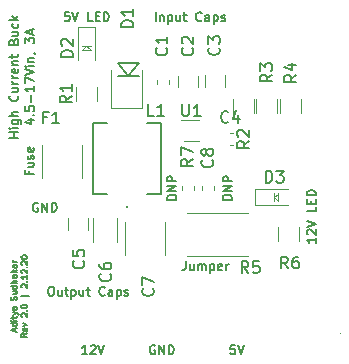
<source format=gto>
G04 #@! TF.GenerationSoftware,KiCad,Pcbnew,(5.1.4-0-10_14)*
G04 #@! TF.CreationDate,2020-02-13T02:06:37-05:00*
G04 #@! TF.ProjectId,Buck_HighCurrent,4275636b-5f48-4696-9768-43757272656e,rev?*
G04 #@! TF.SameCoordinates,Original*
G04 #@! TF.FileFunction,Legend,Top*
G04 #@! TF.FilePolarity,Positive*
%FSLAX46Y46*%
G04 Gerber Fmt 4.6, Leading zero omitted, Abs format (unit mm)*
G04 Created by KiCad (PCBNEW (5.1.4-0-10_14)) date 2020-02-13 02:06:37*
%MOMM*%
%LPD*%
G04 APERTURE LIST*
%ADD10C,0.127000*%
%ADD11C,0.190500*%
%ADD12C,0.120000*%
%ADD13C,0.200000*%
%ADD14C,0.100000*%
%ADD15C,0.152400*%
%ADD16C,0.150000*%
G04 APERTURE END LIST*
D10*
X94636166Y-137353523D02*
X94636166Y-137111619D01*
X94781309Y-137401904D02*
X94273309Y-137232571D01*
X94781309Y-137063238D01*
X94781309Y-136676190D02*
X94273309Y-136676190D01*
X94757119Y-136676190D02*
X94781309Y-136724571D01*
X94781309Y-136821333D01*
X94757119Y-136869714D01*
X94732928Y-136893904D01*
X94684547Y-136918095D01*
X94539404Y-136918095D01*
X94491023Y-136893904D01*
X94466833Y-136869714D01*
X94442642Y-136821333D01*
X94442642Y-136724571D01*
X94466833Y-136676190D01*
X94781309Y-136434285D02*
X94442642Y-136434285D01*
X94273309Y-136434285D02*
X94297500Y-136458476D01*
X94321690Y-136434285D01*
X94297500Y-136410095D01*
X94273309Y-136434285D01*
X94321690Y-136434285D01*
X94442642Y-136264952D02*
X94442642Y-136071428D01*
X94273309Y-136192380D02*
X94708738Y-136192380D01*
X94757119Y-136168190D01*
X94781309Y-136119809D01*
X94781309Y-136071428D01*
X94442642Y-135950476D02*
X94781309Y-135829523D01*
X94442642Y-135708571D02*
X94781309Y-135829523D01*
X94902261Y-135877904D01*
X94926452Y-135902095D01*
X94950642Y-135950476D01*
X94781309Y-135297333D02*
X94515214Y-135297333D01*
X94466833Y-135321523D01*
X94442642Y-135369904D01*
X94442642Y-135466666D01*
X94466833Y-135515047D01*
X94757119Y-135297333D02*
X94781309Y-135345714D01*
X94781309Y-135466666D01*
X94757119Y-135515047D01*
X94708738Y-135539238D01*
X94660357Y-135539238D01*
X94611976Y-135515047D01*
X94587785Y-135466666D01*
X94587785Y-135345714D01*
X94563595Y-135297333D01*
X94757119Y-134692571D02*
X94781309Y-134620000D01*
X94781309Y-134499047D01*
X94757119Y-134450666D01*
X94732928Y-134426476D01*
X94684547Y-134402285D01*
X94636166Y-134402285D01*
X94587785Y-134426476D01*
X94563595Y-134450666D01*
X94539404Y-134499047D01*
X94515214Y-134595809D01*
X94491023Y-134644190D01*
X94466833Y-134668380D01*
X94418452Y-134692571D01*
X94370071Y-134692571D01*
X94321690Y-134668380D01*
X94297500Y-134644190D01*
X94273309Y-134595809D01*
X94273309Y-134474857D01*
X94297500Y-134402285D01*
X94442642Y-133966857D02*
X94781309Y-133966857D01*
X94442642Y-134184571D02*
X94708738Y-134184571D01*
X94757119Y-134160380D01*
X94781309Y-134112000D01*
X94781309Y-134039428D01*
X94757119Y-133991047D01*
X94732928Y-133966857D01*
X94781309Y-133507238D02*
X94273309Y-133507238D01*
X94757119Y-133507238D02*
X94781309Y-133555619D01*
X94781309Y-133652380D01*
X94757119Y-133700761D01*
X94732928Y-133724952D01*
X94684547Y-133749142D01*
X94539404Y-133749142D01*
X94491023Y-133724952D01*
X94466833Y-133700761D01*
X94442642Y-133652380D01*
X94442642Y-133555619D01*
X94466833Y-133507238D01*
X94781309Y-133265333D02*
X94273309Y-133265333D01*
X94781309Y-133047619D02*
X94515214Y-133047619D01*
X94466833Y-133071809D01*
X94442642Y-133120190D01*
X94442642Y-133192761D01*
X94466833Y-133241142D01*
X94491023Y-133265333D01*
X94781309Y-132588000D02*
X94515214Y-132588000D01*
X94466833Y-132612190D01*
X94442642Y-132660571D01*
X94442642Y-132757333D01*
X94466833Y-132805714D01*
X94757119Y-132588000D02*
X94781309Y-132636380D01*
X94781309Y-132757333D01*
X94757119Y-132805714D01*
X94708738Y-132829904D01*
X94660357Y-132829904D01*
X94611976Y-132805714D01*
X94587785Y-132757333D01*
X94587785Y-132636380D01*
X94563595Y-132588000D01*
X94781309Y-132346095D02*
X94273309Y-132346095D01*
X94587785Y-132297714D02*
X94781309Y-132152571D01*
X94442642Y-132152571D02*
X94636166Y-132346095D01*
X94781309Y-131717142D02*
X94515214Y-131717142D01*
X94466833Y-131741333D01*
X94442642Y-131789714D01*
X94442642Y-131886476D01*
X94466833Y-131934857D01*
X94757119Y-131717142D02*
X94781309Y-131765523D01*
X94781309Y-131886476D01*
X94757119Y-131934857D01*
X94708738Y-131959047D01*
X94660357Y-131959047D01*
X94611976Y-131934857D01*
X94587785Y-131886476D01*
X94587785Y-131765523D01*
X94563595Y-131717142D01*
X94781309Y-131475238D02*
X94442642Y-131475238D01*
X94539404Y-131475238D02*
X94491023Y-131451047D01*
X94466833Y-131426857D01*
X94442642Y-131378476D01*
X94442642Y-131330095D01*
X95670309Y-137498666D02*
X95428404Y-137668000D01*
X95670309Y-137788952D02*
X95162309Y-137788952D01*
X95162309Y-137595428D01*
X95186500Y-137547047D01*
X95210690Y-137522857D01*
X95259071Y-137498666D01*
X95331642Y-137498666D01*
X95380023Y-137522857D01*
X95404214Y-137547047D01*
X95428404Y-137595428D01*
X95428404Y-137788952D01*
X95646119Y-137087428D02*
X95670309Y-137135809D01*
X95670309Y-137232571D01*
X95646119Y-137280952D01*
X95597738Y-137305142D01*
X95404214Y-137305142D01*
X95355833Y-137280952D01*
X95331642Y-137232571D01*
X95331642Y-137135809D01*
X95355833Y-137087428D01*
X95404214Y-137063238D01*
X95452595Y-137063238D01*
X95500976Y-137305142D01*
X95331642Y-136893904D02*
X95670309Y-136772952D01*
X95331642Y-136652000D01*
X95210690Y-136095619D02*
X95186500Y-136071428D01*
X95162309Y-136023047D01*
X95162309Y-135902095D01*
X95186500Y-135853714D01*
X95210690Y-135829523D01*
X95259071Y-135805333D01*
X95307452Y-135805333D01*
X95380023Y-135829523D01*
X95670309Y-136119809D01*
X95670309Y-135805333D01*
X95621928Y-135587619D02*
X95646119Y-135563428D01*
X95670309Y-135587619D01*
X95646119Y-135611809D01*
X95621928Y-135587619D01*
X95670309Y-135587619D01*
X95162309Y-135248952D02*
X95162309Y-135200571D01*
X95186500Y-135152190D01*
X95210690Y-135128000D01*
X95259071Y-135103809D01*
X95355833Y-135079619D01*
X95476785Y-135079619D01*
X95573547Y-135103809D01*
X95621928Y-135128000D01*
X95646119Y-135152190D01*
X95670309Y-135200571D01*
X95670309Y-135248952D01*
X95646119Y-135297333D01*
X95621928Y-135321523D01*
X95573547Y-135345714D01*
X95476785Y-135369904D01*
X95355833Y-135369904D01*
X95259071Y-135345714D01*
X95210690Y-135321523D01*
X95186500Y-135297333D01*
X95162309Y-135248952D01*
X95839642Y-134353904D02*
X95113928Y-134353904D01*
X95210690Y-133628190D02*
X95186500Y-133604000D01*
X95162309Y-133555619D01*
X95162309Y-133434666D01*
X95186500Y-133386285D01*
X95210690Y-133362095D01*
X95259071Y-133337904D01*
X95307452Y-133337904D01*
X95380023Y-133362095D01*
X95670309Y-133652380D01*
X95670309Y-133337904D01*
X95621928Y-133120190D02*
X95646119Y-133096000D01*
X95670309Y-133120190D01*
X95646119Y-133144380D01*
X95621928Y-133120190D01*
X95670309Y-133120190D01*
X95670309Y-132612190D02*
X95670309Y-132902476D01*
X95670309Y-132757333D02*
X95162309Y-132757333D01*
X95234880Y-132805714D01*
X95283261Y-132854095D01*
X95307452Y-132902476D01*
X95210690Y-132418666D02*
X95186500Y-132394476D01*
X95162309Y-132346095D01*
X95162309Y-132225142D01*
X95186500Y-132176761D01*
X95210690Y-132152571D01*
X95259071Y-132128380D01*
X95307452Y-132128380D01*
X95380023Y-132152571D01*
X95670309Y-132442857D01*
X95670309Y-132128380D01*
X95621928Y-131910666D02*
X95646119Y-131886476D01*
X95670309Y-131910666D01*
X95646119Y-131934857D01*
X95621928Y-131910666D01*
X95670309Y-131910666D01*
X95210690Y-131692952D02*
X95186500Y-131668761D01*
X95162309Y-131620380D01*
X95162309Y-131499428D01*
X95186500Y-131451047D01*
X95210690Y-131426857D01*
X95259071Y-131402666D01*
X95307452Y-131402666D01*
X95380023Y-131426857D01*
X95670309Y-131717142D01*
X95670309Y-131402666D01*
X95162309Y-131088190D02*
X95162309Y-131039809D01*
X95186500Y-130991428D01*
X95210690Y-130967238D01*
X95259071Y-130943047D01*
X95355833Y-130918857D01*
X95476785Y-130918857D01*
X95573547Y-130943047D01*
X95621928Y-130967238D01*
X95646119Y-130991428D01*
X95670309Y-131039809D01*
X95670309Y-131088190D01*
X95646119Y-131136571D01*
X95621928Y-131160761D01*
X95573547Y-131184952D01*
X95476785Y-131209142D01*
X95355833Y-131209142D01*
X95259071Y-131184952D01*
X95210690Y-131160761D01*
X95186500Y-131136571D01*
X95162309Y-131088190D01*
D11*
X94927964Y-120940285D02*
X94165964Y-120940285D01*
X94528821Y-120940285D02*
X94528821Y-120504857D01*
X94927964Y-120504857D02*
X94165964Y-120504857D01*
X94927964Y-120142000D02*
X94419964Y-120142000D01*
X94165964Y-120142000D02*
X94202250Y-120178285D01*
X94238535Y-120142000D01*
X94202250Y-120105714D01*
X94165964Y-120142000D01*
X94238535Y-120142000D01*
X94419964Y-119452571D02*
X95036821Y-119452571D01*
X95109392Y-119488857D01*
X95145678Y-119525142D01*
X95181964Y-119597714D01*
X95181964Y-119706571D01*
X95145678Y-119779142D01*
X94891678Y-119452571D02*
X94927964Y-119525142D01*
X94927964Y-119670285D01*
X94891678Y-119742857D01*
X94855392Y-119779142D01*
X94782821Y-119815428D01*
X94565107Y-119815428D01*
X94492535Y-119779142D01*
X94456250Y-119742857D01*
X94419964Y-119670285D01*
X94419964Y-119525142D01*
X94456250Y-119452571D01*
X94927964Y-119089714D02*
X94165964Y-119089714D01*
X94927964Y-118763142D02*
X94528821Y-118763142D01*
X94456250Y-118799428D01*
X94419964Y-118872000D01*
X94419964Y-118980857D01*
X94456250Y-119053428D01*
X94492535Y-119089714D01*
X94855392Y-117384285D02*
X94891678Y-117420571D01*
X94927964Y-117529428D01*
X94927964Y-117602000D01*
X94891678Y-117710857D01*
X94819107Y-117783428D01*
X94746535Y-117819714D01*
X94601392Y-117856000D01*
X94492535Y-117856000D01*
X94347392Y-117819714D01*
X94274821Y-117783428D01*
X94202250Y-117710857D01*
X94165964Y-117602000D01*
X94165964Y-117529428D01*
X94202250Y-117420571D01*
X94238535Y-117384285D01*
X94419964Y-116731142D02*
X94927964Y-116731142D01*
X94419964Y-117057714D02*
X94819107Y-117057714D01*
X94891678Y-117021428D01*
X94927964Y-116948857D01*
X94927964Y-116840000D01*
X94891678Y-116767428D01*
X94855392Y-116731142D01*
X94927964Y-116368285D02*
X94419964Y-116368285D01*
X94565107Y-116368285D02*
X94492535Y-116332000D01*
X94456250Y-116295714D01*
X94419964Y-116223142D01*
X94419964Y-116150571D01*
X94927964Y-115896571D02*
X94419964Y-115896571D01*
X94565107Y-115896571D02*
X94492535Y-115860285D01*
X94456250Y-115824000D01*
X94419964Y-115751428D01*
X94419964Y-115678857D01*
X94891678Y-115134571D02*
X94927964Y-115207142D01*
X94927964Y-115352285D01*
X94891678Y-115424857D01*
X94819107Y-115461142D01*
X94528821Y-115461142D01*
X94456250Y-115424857D01*
X94419964Y-115352285D01*
X94419964Y-115207142D01*
X94456250Y-115134571D01*
X94528821Y-115098285D01*
X94601392Y-115098285D01*
X94673964Y-115461142D01*
X94419964Y-114771714D02*
X94927964Y-114771714D01*
X94492535Y-114771714D02*
X94456250Y-114735428D01*
X94419964Y-114662857D01*
X94419964Y-114554000D01*
X94456250Y-114481428D01*
X94528821Y-114445142D01*
X94927964Y-114445142D01*
X94419964Y-114191142D02*
X94419964Y-113900857D01*
X94165964Y-114082285D02*
X94819107Y-114082285D01*
X94891678Y-114046000D01*
X94927964Y-113973428D01*
X94927964Y-113900857D01*
X94528821Y-112812285D02*
X94565107Y-112703428D01*
X94601392Y-112667142D01*
X94673964Y-112630857D01*
X94782821Y-112630857D01*
X94855392Y-112667142D01*
X94891678Y-112703428D01*
X94927964Y-112776000D01*
X94927964Y-113066285D01*
X94165964Y-113066285D01*
X94165964Y-112812285D01*
X94202250Y-112739714D01*
X94238535Y-112703428D01*
X94311107Y-112667142D01*
X94383678Y-112667142D01*
X94456250Y-112703428D01*
X94492535Y-112739714D01*
X94528821Y-112812285D01*
X94528821Y-113066285D01*
X94419964Y-111977714D02*
X94927964Y-111977714D01*
X94419964Y-112304285D02*
X94819107Y-112304285D01*
X94891678Y-112268000D01*
X94927964Y-112195428D01*
X94927964Y-112086571D01*
X94891678Y-112014000D01*
X94855392Y-111977714D01*
X94891678Y-111288285D02*
X94927964Y-111360857D01*
X94927964Y-111506000D01*
X94891678Y-111578571D01*
X94855392Y-111614857D01*
X94782821Y-111651142D01*
X94565107Y-111651142D01*
X94492535Y-111614857D01*
X94456250Y-111578571D01*
X94419964Y-111506000D01*
X94419964Y-111360857D01*
X94456250Y-111288285D01*
X94927964Y-110961714D02*
X94165964Y-110961714D01*
X94637678Y-110889142D02*
X94927964Y-110671428D01*
X94419964Y-110671428D02*
X94710250Y-110961714D01*
X95753464Y-119434428D02*
X96261464Y-119434428D01*
X95463178Y-119615857D02*
X96007464Y-119797285D01*
X96007464Y-119325571D01*
X96188892Y-119035285D02*
X96225178Y-118999000D01*
X96261464Y-119035285D01*
X96225178Y-119071571D01*
X96188892Y-119035285D01*
X96261464Y-119035285D01*
X95499464Y-118309571D02*
X95499464Y-118672428D01*
X95862321Y-118708714D01*
X95826035Y-118672428D01*
X95789750Y-118599857D01*
X95789750Y-118418428D01*
X95826035Y-118345857D01*
X95862321Y-118309571D01*
X95934892Y-118273285D01*
X96116321Y-118273285D01*
X96188892Y-118309571D01*
X96225178Y-118345857D01*
X96261464Y-118418428D01*
X96261464Y-118599857D01*
X96225178Y-118672428D01*
X96188892Y-118708714D01*
X95971178Y-117946714D02*
X95971178Y-117366142D01*
X96261464Y-116604142D02*
X96261464Y-117039571D01*
X96261464Y-116821857D02*
X95499464Y-116821857D01*
X95608321Y-116894428D01*
X95680892Y-116967000D01*
X95717178Y-117039571D01*
X95499464Y-116350142D02*
X95499464Y-115842142D01*
X96261464Y-116168714D01*
X95499464Y-115660714D02*
X96261464Y-115406714D01*
X95499464Y-115152714D01*
X96261464Y-114898714D02*
X95753464Y-114898714D01*
X95499464Y-114898714D02*
X95535750Y-114935000D01*
X95572035Y-114898714D01*
X95535750Y-114862428D01*
X95499464Y-114898714D01*
X95572035Y-114898714D01*
X95753464Y-114535857D02*
X96261464Y-114535857D01*
X95826035Y-114535857D02*
X95789750Y-114499571D01*
X95753464Y-114427000D01*
X95753464Y-114318142D01*
X95789750Y-114245571D01*
X95862321Y-114209285D01*
X96261464Y-114209285D01*
X96225178Y-113810142D02*
X96261464Y-113810142D01*
X96334035Y-113846428D01*
X96370321Y-113882714D01*
X95499464Y-112975571D02*
X95499464Y-112503857D01*
X95789750Y-112757857D01*
X95789750Y-112649000D01*
X95826035Y-112576428D01*
X95862321Y-112540142D01*
X95934892Y-112503857D01*
X96116321Y-112503857D01*
X96188892Y-112540142D01*
X96225178Y-112576428D01*
X96261464Y-112649000D01*
X96261464Y-112866714D01*
X96225178Y-112939285D01*
X96188892Y-112975571D01*
X96043750Y-112213571D02*
X96043750Y-111850714D01*
X96261464Y-112286142D02*
X95499464Y-112032142D01*
X96261464Y-111778142D01*
D12*
X122174000Y-137541000D02*
G75*
G02X122174000Y-137541000I-1778000J-2032000D01*
G01*
D11*
X108294714Y-126201714D02*
X107532714Y-126201714D01*
X107532714Y-126020285D01*
X107569000Y-125911428D01*
X107641571Y-125838857D01*
X107714142Y-125802571D01*
X107859285Y-125766285D01*
X107968142Y-125766285D01*
X108113285Y-125802571D01*
X108185857Y-125838857D01*
X108258428Y-125911428D01*
X108294714Y-126020285D01*
X108294714Y-126201714D01*
X108294714Y-125439714D02*
X107532714Y-125439714D01*
X108294714Y-125004285D01*
X107532714Y-125004285D01*
X108294714Y-124641428D02*
X107532714Y-124641428D01*
X107532714Y-124351142D01*
X107569000Y-124278571D01*
X107605285Y-124242285D01*
X107677857Y-124206000D01*
X107786714Y-124206000D01*
X107859285Y-124242285D01*
X107895571Y-124278571D01*
X107931857Y-124351142D01*
X107931857Y-124641428D01*
X112993714Y-126201714D02*
X112231714Y-126201714D01*
X112231714Y-126020285D01*
X112268000Y-125911428D01*
X112340571Y-125838857D01*
X112413142Y-125802571D01*
X112558285Y-125766285D01*
X112667142Y-125766285D01*
X112812285Y-125802571D01*
X112884857Y-125838857D01*
X112957428Y-125911428D01*
X112993714Y-126020285D01*
X112993714Y-126201714D01*
X112993714Y-125439714D02*
X112231714Y-125439714D01*
X112993714Y-125004285D01*
X112231714Y-125004285D01*
X112993714Y-124641428D02*
X112231714Y-124641428D01*
X112231714Y-124351142D01*
X112268000Y-124278571D01*
X112304285Y-124242285D01*
X112376857Y-124206000D01*
X112485714Y-124206000D01*
X112558285Y-124242285D01*
X112594571Y-124278571D01*
X112630857Y-124351142D01*
X112630857Y-124641428D01*
X120105714Y-129431142D02*
X120105714Y-129866571D01*
X120105714Y-129648857D02*
X119343714Y-129648857D01*
X119452571Y-129721428D01*
X119525142Y-129794000D01*
X119561428Y-129866571D01*
X119416285Y-129140857D02*
X119380000Y-129104571D01*
X119343714Y-129032000D01*
X119343714Y-128850571D01*
X119380000Y-128778000D01*
X119416285Y-128741714D01*
X119488857Y-128705428D01*
X119561428Y-128705428D01*
X119670285Y-128741714D01*
X120105714Y-129177142D01*
X120105714Y-128705428D01*
X119343714Y-128487714D02*
X120105714Y-128233714D01*
X119343714Y-127979714D01*
X120105714Y-126782285D02*
X120105714Y-127145142D01*
X119343714Y-127145142D01*
X119706571Y-126528285D02*
X119706571Y-126274285D01*
X120105714Y-126165428D02*
X120105714Y-126528285D01*
X119343714Y-126528285D01*
X119343714Y-126165428D01*
X120105714Y-125838857D02*
X119343714Y-125838857D01*
X119343714Y-125657428D01*
X119380000Y-125548571D01*
X119452571Y-125476000D01*
X119525142Y-125439714D01*
X119670285Y-125403428D01*
X119779142Y-125403428D01*
X119924285Y-125439714D01*
X119996857Y-125476000D01*
X120069428Y-125548571D01*
X120105714Y-125657428D01*
X120105714Y-125838857D01*
X97626714Y-133567714D02*
X97771857Y-133567714D01*
X97844428Y-133604000D01*
X97917000Y-133676571D01*
X97953285Y-133821714D01*
X97953285Y-134075714D01*
X97917000Y-134220857D01*
X97844428Y-134293428D01*
X97771857Y-134329714D01*
X97626714Y-134329714D01*
X97554142Y-134293428D01*
X97481571Y-134220857D01*
X97445285Y-134075714D01*
X97445285Y-133821714D01*
X97481571Y-133676571D01*
X97554142Y-133604000D01*
X97626714Y-133567714D01*
X98606428Y-133821714D02*
X98606428Y-134329714D01*
X98279857Y-133821714D02*
X98279857Y-134220857D01*
X98316142Y-134293428D01*
X98388714Y-134329714D01*
X98497571Y-134329714D01*
X98570142Y-134293428D01*
X98606428Y-134257142D01*
X98860428Y-133821714D02*
X99150714Y-133821714D01*
X98969285Y-133567714D02*
X98969285Y-134220857D01*
X99005571Y-134293428D01*
X99078142Y-134329714D01*
X99150714Y-134329714D01*
X99404714Y-133821714D02*
X99404714Y-134583714D01*
X99404714Y-133858000D02*
X99477285Y-133821714D01*
X99622428Y-133821714D01*
X99695000Y-133858000D01*
X99731285Y-133894285D01*
X99767571Y-133966857D01*
X99767571Y-134184571D01*
X99731285Y-134257142D01*
X99695000Y-134293428D01*
X99622428Y-134329714D01*
X99477285Y-134329714D01*
X99404714Y-134293428D01*
X100420714Y-133821714D02*
X100420714Y-134329714D01*
X100094142Y-133821714D02*
X100094142Y-134220857D01*
X100130428Y-134293428D01*
X100203000Y-134329714D01*
X100311857Y-134329714D01*
X100384428Y-134293428D01*
X100420714Y-134257142D01*
X100674714Y-133821714D02*
X100965000Y-133821714D01*
X100783571Y-133567714D02*
X100783571Y-134220857D01*
X100819857Y-134293428D01*
X100892428Y-134329714D01*
X100965000Y-134329714D01*
X102235000Y-134257142D02*
X102198714Y-134293428D01*
X102089857Y-134329714D01*
X102017285Y-134329714D01*
X101908428Y-134293428D01*
X101835857Y-134220857D01*
X101799571Y-134148285D01*
X101763285Y-134003142D01*
X101763285Y-133894285D01*
X101799571Y-133749142D01*
X101835857Y-133676571D01*
X101908428Y-133604000D01*
X102017285Y-133567714D01*
X102089857Y-133567714D01*
X102198714Y-133604000D01*
X102235000Y-133640285D01*
X102888142Y-134329714D02*
X102888142Y-133930571D01*
X102851857Y-133858000D01*
X102779285Y-133821714D01*
X102634142Y-133821714D01*
X102561571Y-133858000D01*
X102888142Y-134293428D02*
X102815571Y-134329714D01*
X102634142Y-134329714D01*
X102561571Y-134293428D01*
X102525285Y-134220857D01*
X102525285Y-134148285D01*
X102561571Y-134075714D01*
X102634142Y-134039428D01*
X102815571Y-134039428D01*
X102888142Y-134003142D01*
X103251000Y-133821714D02*
X103251000Y-134583714D01*
X103251000Y-133858000D02*
X103323571Y-133821714D01*
X103468714Y-133821714D01*
X103541285Y-133858000D01*
X103577571Y-133894285D01*
X103613857Y-133966857D01*
X103613857Y-134184571D01*
X103577571Y-134257142D01*
X103541285Y-134293428D01*
X103468714Y-134329714D01*
X103323571Y-134329714D01*
X103251000Y-134293428D01*
X103904142Y-134293428D02*
X103976714Y-134329714D01*
X104121857Y-134329714D01*
X104194428Y-134293428D01*
X104230714Y-134220857D01*
X104230714Y-134184571D01*
X104194428Y-134112000D01*
X104121857Y-134075714D01*
X104013000Y-134075714D01*
X103940428Y-134039428D01*
X103904142Y-133966857D01*
X103904142Y-133930571D01*
X103940428Y-133858000D01*
X104013000Y-133821714D01*
X104121857Y-133821714D01*
X104194428Y-133858000D01*
X95830571Y-123806857D02*
X95830571Y-124060857D01*
X96229714Y-124060857D02*
X95467714Y-124060857D01*
X95467714Y-123698000D01*
X95721714Y-123081142D02*
X96229714Y-123081142D01*
X95721714Y-123407714D02*
X96120857Y-123407714D01*
X96193428Y-123371428D01*
X96229714Y-123298857D01*
X96229714Y-123190000D01*
X96193428Y-123117428D01*
X96157142Y-123081142D01*
X96193428Y-122754571D02*
X96229714Y-122682000D01*
X96229714Y-122536857D01*
X96193428Y-122464285D01*
X96120857Y-122428000D01*
X96084571Y-122428000D01*
X96012000Y-122464285D01*
X95975714Y-122536857D01*
X95975714Y-122645714D01*
X95939428Y-122718285D01*
X95866857Y-122754571D01*
X95830571Y-122754571D01*
X95758000Y-122718285D01*
X95721714Y-122645714D01*
X95721714Y-122536857D01*
X95758000Y-122464285D01*
X96193428Y-121811142D02*
X96229714Y-121883714D01*
X96229714Y-122028857D01*
X96193428Y-122101428D01*
X96120857Y-122137714D01*
X95830571Y-122137714D01*
X95758000Y-122101428D01*
X95721714Y-122028857D01*
X95721714Y-121883714D01*
X95758000Y-121811142D01*
X95830571Y-121774857D01*
X95903142Y-121774857D01*
X95975714Y-122137714D01*
X99241428Y-110326714D02*
X98878571Y-110326714D01*
X98842285Y-110689571D01*
X98878571Y-110653285D01*
X98951142Y-110617000D01*
X99132571Y-110617000D01*
X99205142Y-110653285D01*
X99241428Y-110689571D01*
X99277714Y-110762142D01*
X99277714Y-110943571D01*
X99241428Y-111016142D01*
X99205142Y-111052428D01*
X99132571Y-111088714D01*
X98951142Y-111088714D01*
X98878571Y-111052428D01*
X98842285Y-111016142D01*
X99495428Y-110326714D02*
X99749428Y-111088714D01*
X100003428Y-110326714D01*
X101200857Y-111088714D02*
X100838000Y-111088714D01*
X100838000Y-110326714D01*
X101454857Y-110689571D02*
X101708857Y-110689571D01*
X101817714Y-111088714D02*
X101454857Y-111088714D01*
X101454857Y-110326714D01*
X101817714Y-110326714D01*
X102144285Y-111088714D02*
X102144285Y-110326714D01*
X102325714Y-110326714D01*
X102434571Y-110363000D01*
X102507142Y-110435571D01*
X102543428Y-110508142D01*
X102579714Y-110653285D01*
X102579714Y-110762142D01*
X102543428Y-110907285D01*
X102507142Y-110979857D01*
X102434571Y-111052428D01*
X102325714Y-111088714D01*
X102144285Y-111088714D01*
X106553000Y-111088714D02*
X106553000Y-110326714D01*
X106915857Y-110580714D02*
X106915857Y-111088714D01*
X106915857Y-110653285D02*
X106952142Y-110617000D01*
X107024714Y-110580714D01*
X107133571Y-110580714D01*
X107206142Y-110617000D01*
X107242428Y-110689571D01*
X107242428Y-111088714D01*
X107605285Y-110580714D02*
X107605285Y-111342714D01*
X107605285Y-110617000D02*
X107677857Y-110580714D01*
X107823000Y-110580714D01*
X107895571Y-110617000D01*
X107931857Y-110653285D01*
X107968142Y-110725857D01*
X107968142Y-110943571D01*
X107931857Y-111016142D01*
X107895571Y-111052428D01*
X107823000Y-111088714D01*
X107677857Y-111088714D01*
X107605285Y-111052428D01*
X108621285Y-110580714D02*
X108621285Y-111088714D01*
X108294714Y-110580714D02*
X108294714Y-110979857D01*
X108331000Y-111052428D01*
X108403571Y-111088714D01*
X108512428Y-111088714D01*
X108585000Y-111052428D01*
X108621285Y-111016142D01*
X108875285Y-110580714D02*
X109165571Y-110580714D01*
X108984142Y-110326714D02*
X108984142Y-110979857D01*
X109020428Y-111052428D01*
X109093000Y-111088714D01*
X109165571Y-111088714D01*
X110435571Y-111016142D02*
X110399285Y-111052428D01*
X110290428Y-111088714D01*
X110217857Y-111088714D01*
X110109000Y-111052428D01*
X110036428Y-110979857D01*
X110000142Y-110907285D01*
X109963857Y-110762142D01*
X109963857Y-110653285D01*
X110000142Y-110508142D01*
X110036428Y-110435571D01*
X110109000Y-110363000D01*
X110217857Y-110326714D01*
X110290428Y-110326714D01*
X110399285Y-110363000D01*
X110435571Y-110399285D01*
X111088714Y-111088714D02*
X111088714Y-110689571D01*
X111052428Y-110617000D01*
X110979857Y-110580714D01*
X110834714Y-110580714D01*
X110762142Y-110617000D01*
X111088714Y-111052428D02*
X111016142Y-111088714D01*
X110834714Y-111088714D01*
X110762142Y-111052428D01*
X110725857Y-110979857D01*
X110725857Y-110907285D01*
X110762142Y-110834714D01*
X110834714Y-110798428D01*
X111016142Y-110798428D01*
X111088714Y-110762142D01*
X111451571Y-110580714D02*
X111451571Y-111342714D01*
X111451571Y-110617000D02*
X111524142Y-110580714D01*
X111669285Y-110580714D01*
X111741857Y-110617000D01*
X111778142Y-110653285D01*
X111814428Y-110725857D01*
X111814428Y-110943571D01*
X111778142Y-111016142D01*
X111741857Y-111052428D01*
X111669285Y-111088714D01*
X111524142Y-111088714D01*
X111451571Y-111052428D01*
X112104714Y-111052428D02*
X112177285Y-111088714D01*
X112322428Y-111088714D01*
X112395000Y-111052428D01*
X112431285Y-110979857D01*
X112431285Y-110943571D01*
X112395000Y-110871000D01*
X112322428Y-110834714D01*
X112213571Y-110834714D01*
X112141000Y-110798428D01*
X112104714Y-110725857D01*
X112104714Y-110689571D01*
X112141000Y-110617000D01*
X112213571Y-110580714D01*
X112322428Y-110580714D01*
X112395000Y-110617000D01*
X96574428Y-126492000D02*
X96501857Y-126455714D01*
X96393000Y-126455714D01*
X96284142Y-126492000D01*
X96211571Y-126564571D01*
X96175285Y-126637142D01*
X96139000Y-126782285D01*
X96139000Y-126891142D01*
X96175285Y-127036285D01*
X96211571Y-127108857D01*
X96284142Y-127181428D01*
X96393000Y-127217714D01*
X96465571Y-127217714D01*
X96574428Y-127181428D01*
X96610714Y-127145142D01*
X96610714Y-126891142D01*
X96465571Y-126891142D01*
X96937285Y-127217714D02*
X96937285Y-126455714D01*
X97372714Y-127217714D01*
X97372714Y-126455714D01*
X97735571Y-127217714D02*
X97735571Y-126455714D01*
X97917000Y-126455714D01*
X98025857Y-126492000D01*
X98098428Y-126564571D01*
X98134714Y-126637142D01*
X98171000Y-126782285D01*
X98171000Y-126891142D01*
X98134714Y-127036285D01*
X98098428Y-127108857D01*
X98025857Y-127181428D01*
X97917000Y-127217714D01*
X97735571Y-127217714D01*
X109093000Y-131408714D02*
X109093000Y-131953000D01*
X109056714Y-132061857D01*
X108984142Y-132134428D01*
X108875285Y-132170714D01*
X108802714Y-132170714D01*
X109782428Y-131662714D02*
X109782428Y-132170714D01*
X109455857Y-131662714D02*
X109455857Y-132061857D01*
X109492142Y-132134428D01*
X109564714Y-132170714D01*
X109673571Y-132170714D01*
X109746142Y-132134428D01*
X109782428Y-132098142D01*
X110145285Y-132170714D02*
X110145285Y-131662714D01*
X110145285Y-131735285D02*
X110181571Y-131699000D01*
X110254142Y-131662714D01*
X110363000Y-131662714D01*
X110435571Y-131699000D01*
X110471857Y-131771571D01*
X110471857Y-132170714D01*
X110471857Y-131771571D02*
X110508142Y-131699000D01*
X110580714Y-131662714D01*
X110689571Y-131662714D01*
X110762142Y-131699000D01*
X110798428Y-131771571D01*
X110798428Y-132170714D01*
X111161285Y-131662714D02*
X111161285Y-132424714D01*
X111161285Y-131699000D02*
X111233857Y-131662714D01*
X111379000Y-131662714D01*
X111451571Y-131699000D01*
X111487857Y-131735285D01*
X111524142Y-131807857D01*
X111524142Y-132025571D01*
X111487857Y-132098142D01*
X111451571Y-132134428D01*
X111379000Y-132170714D01*
X111233857Y-132170714D01*
X111161285Y-132134428D01*
X112141000Y-132134428D02*
X112068428Y-132170714D01*
X111923285Y-132170714D01*
X111850714Y-132134428D01*
X111814428Y-132061857D01*
X111814428Y-131771571D01*
X111850714Y-131699000D01*
X111923285Y-131662714D01*
X112068428Y-131662714D01*
X112141000Y-131699000D01*
X112177285Y-131771571D01*
X112177285Y-131844142D01*
X111814428Y-131916714D01*
X112503857Y-132170714D02*
X112503857Y-131662714D01*
X112503857Y-131807857D02*
X112540142Y-131735285D01*
X112576428Y-131699000D01*
X112649000Y-131662714D01*
X112721571Y-131662714D01*
X113265857Y-138520714D02*
X112903000Y-138520714D01*
X112866714Y-138883571D01*
X112903000Y-138847285D01*
X112975571Y-138811000D01*
X113157000Y-138811000D01*
X113229571Y-138847285D01*
X113265857Y-138883571D01*
X113302142Y-138956142D01*
X113302142Y-139137571D01*
X113265857Y-139210142D01*
X113229571Y-139246428D01*
X113157000Y-139282714D01*
X112975571Y-139282714D01*
X112903000Y-139246428D01*
X112866714Y-139210142D01*
X113519857Y-138520714D02*
X113773857Y-139282714D01*
X114027857Y-138520714D01*
X106480428Y-138557000D02*
X106407857Y-138520714D01*
X106299000Y-138520714D01*
X106190142Y-138557000D01*
X106117571Y-138629571D01*
X106081285Y-138702142D01*
X106045000Y-138847285D01*
X106045000Y-138956142D01*
X106081285Y-139101285D01*
X106117571Y-139173857D01*
X106190142Y-139246428D01*
X106299000Y-139282714D01*
X106371571Y-139282714D01*
X106480428Y-139246428D01*
X106516714Y-139210142D01*
X106516714Y-138956142D01*
X106371571Y-138956142D01*
X106843285Y-139282714D02*
X106843285Y-138520714D01*
X107278714Y-139282714D01*
X107278714Y-138520714D01*
X107641571Y-139282714D02*
X107641571Y-138520714D01*
X107823000Y-138520714D01*
X107931857Y-138557000D01*
X108004428Y-138629571D01*
X108040714Y-138702142D01*
X108077000Y-138847285D01*
X108077000Y-138956142D01*
X108040714Y-139101285D01*
X108004428Y-139173857D01*
X107931857Y-139246428D01*
X107823000Y-139282714D01*
X107641571Y-139282714D01*
X100747285Y-139282714D02*
X100311857Y-139282714D01*
X100529571Y-139282714D02*
X100529571Y-138520714D01*
X100457000Y-138629571D01*
X100384428Y-138702142D01*
X100311857Y-138738428D01*
X101037571Y-138593285D02*
X101073857Y-138557000D01*
X101146428Y-138520714D01*
X101327857Y-138520714D01*
X101400428Y-138557000D01*
X101436714Y-138593285D01*
X101473000Y-138665857D01*
X101473000Y-138738428D01*
X101436714Y-138847285D01*
X101001285Y-139282714D01*
X101473000Y-139282714D01*
X101690714Y-138520714D02*
X101944714Y-139282714D01*
X102198714Y-138520714D01*
D12*
X106660220Y-116426199D02*
X106660220Y-116100641D01*
X107680220Y-116426199D02*
X107680220Y-116100641D01*
X110158900Y-116699920D02*
X110158900Y-115699920D01*
X108458900Y-115699920D02*
X108458900Y-116699920D01*
X110724580Y-115651660D02*
X110724580Y-116651660D01*
X112424580Y-116651660D02*
X112424580Y-115651660D01*
X113126739Y-120515920D02*
X112801181Y-120515920D01*
X113126739Y-121535920D02*
X112801181Y-121535920D01*
X100857420Y-128726820D02*
X100857420Y-127726820D01*
X99157420Y-127726820D02*
X99157420Y-128726820D01*
X103290560Y-129750060D02*
X103290560Y-127750060D01*
X101250560Y-127750060D02*
X101250560Y-129750060D01*
X107333360Y-128077548D02*
X107333360Y-130850052D01*
X103913360Y-128077548D02*
X103913360Y-130850052D01*
X111454660Y-125028741D02*
X111454660Y-125354299D01*
X110434660Y-125028741D02*
X110434660Y-125354299D01*
D13*
X105096820Y-114622020D02*
X104196820Y-115722020D01*
X103396820Y-114622020D02*
X105096820Y-114622020D01*
X104196820Y-115722020D02*
X103396820Y-114622020D01*
X103396820Y-115722020D02*
X105096820Y-115722020D01*
D12*
X102763320Y-118397020D02*
X105430320Y-118397020D01*
X105430320Y-118397020D02*
X105430320Y-115222020D01*
X102763320Y-118397020D02*
X102763320Y-115222020D01*
D14*
X100338140Y-113183060D02*
X100688140Y-113183060D01*
X100688140Y-113183060D02*
X101038140Y-113183060D01*
X100338140Y-113533060D02*
X100688140Y-113183060D01*
X100388140Y-113533060D02*
X100338140Y-113533060D01*
X100338140Y-113533060D02*
X100388140Y-113533060D01*
X101038140Y-113533060D02*
X100388140Y-113533060D01*
X100988140Y-113483060D02*
X101038140Y-113533060D01*
X100688140Y-113183060D02*
X100988140Y-113483060D01*
D12*
X101388140Y-111583060D02*
X99988140Y-111583060D01*
X99988140Y-111583060D02*
X99988140Y-114383060D01*
X101388140Y-111583060D02*
X101388140Y-114383060D01*
X114961260Y-125291620D02*
X117761260Y-125291620D01*
X114961260Y-126691620D02*
X117761260Y-126691620D01*
X114961260Y-125291620D02*
X114961260Y-126691620D01*
D14*
X116561260Y-125991620D02*
X116861260Y-125691620D01*
X116861260Y-125691620D02*
X116911260Y-125641620D01*
X116911260Y-125641620D02*
X116911260Y-126291620D01*
X116911260Y-126341620D02*
X116911260Y-126291620D01*
X116911260Y-126291620D02*
X116911260Y-126341620D01*
X116911260Y-126341620D02*
X116561260Y-125991620D01*
X116561260Y-125991620D02*
X116561260Y-125641620D01*
X116561260Y-126341620D02*
X116561260Y-125991620D01*
D12*
X100345820Y-121567528D02*
X100345820Y-124340032D01*
X96925820Y-121567528D02*
X96925820Y-124340032D01*
D15*
X106959400Y-125679200D02*
X106959400Y-119684800D01*
X106959400Y-119684800D02*
X105793540Y-119684800D01*
X101269800Y-119684800D02*
X101269800Y-125679200D01*
X101269800Y-125679200D02*
X102435660Y-125679200D01*
X105793540Y-125679200D02*
X106959400Y-125679200D01*
X102435660Y-119684800D02*
X101269800Y-119684800D01*
X104190800Y-126822200D02*
G75*
G03X104190800Y-126822200I-76200J0D01*
G01*
D12*
X114844720Y-117672560D02*
X114844720Y-118872560D01*
X113084720Y-118872560D02*
X113084720Y-117672560D01*
X115060840Y-118872560D02*
X115060840Y-117672560D01*
X116820840Y-117672560D02*
X116820840Y-118872560D01*
X117095380Y-118859860D02*
X117095380Y-117659860D01*
X118855380Y-117659860D02*
X118855380Y-118859860D01*
X109185400Y-127303440D02*
X114385400Y-127303440D01*
X114385400Y-130943440D02*
X109185400Y-130943440D01*
X116935360Y-129685340D02*
X116935360Y-128485340D01*
X118695360Y-128485340D02*
X118695360Y-129685340D01*
X108758260Y-125354299D02*
X108758260Y-125028741D01*
X109778260Y-125354299D02*
X109778260Y-125028741D01*
X110202740Y-121260440D02*
X108902740Y-121260440D01*
X108652740Y-119460440D02*
X110202740Y-119460440D01*
X101540200Y-116618460D02*
X101540200Y-117818460D01*
X99780200Y-117818460D02*
X99780200Y-116618460D01*
D16*
X107448622Y-113343986D02*
X107496241Y-113391605D01*
X107543860Y-113534462D01*
X107543860Y-113629700D01*
X107496241Y-113772558D01*
X107401003Y-113867796D01*
X107305765Y-113915415D01*
X107115289Y-113963034D01*
X106972432Y-113963034D01*
X106781956Y-113915415D01*
X106686718Y-113867796D01*
X106591480Y-113772558D01*
X106543860Y-113629700D01*
X106543860Y-113534462D01*
X106591480Y-113391605D01*
X106639099Y-113343986D01*
X107543860Y-112391605D02*
X107543860Y-112963034D01*
X107543860Y-112677320D02*
X106543860Y-112677320D01*
X106686718Y-112772558D01*
X106781956Y-112867796D01*
X106829575Y-112963034D01*
X109640642Y-113343986D02*
X109688261Y-113391605D01*
X109735880Y-113534462D01*
X109735880Y-113629700D01*
X109688261Y-113772558D01*
X109593023Y-113867796D01*
X109497785Y-113915415D01*
X109307309Y-113963034D01*
X109164452Y-113963034D01*
X108973976Y-113915415D01*
X108878738Y-113867796D01*
X108783500Y-113772558D01*
X108735880Y-113629700D01*
X108735880Y-113534462D01*
X108783500Y-113391605D01*
X108831119Y-113343986D01*
X108831119Y-112963034D02*
X108783500Y-112915415D01*
X108735880Y-112820177D01*
X108735880Y-112582081D01*
X108783500Y-112486843D01*
X108831119Y-112439224D01*
X108926357Y-112391605D01*
X109021595Y-112391605D01*
X109164452Y-112439224D01*
X109735880Y-113010653D01*
X109735880Y-112391605D01*
X111883462Y-113321126D02*
X111931081Y-113368745D01*
X111978700Y-113511602D01*
X111978700Y-113606840D01*
X111931081Y-113749698D01*
X111835843Y-113844936D01*
X111740605Y-113892555D01*
X111550129Y-113940174D01*
X111407272Y-113940174D01*
X111216796Y-113892555D01*
X111121558Y-113844936D01*
X111026320Y-113749698D01*
X110978700Y-113606840D01*
X110978700Y-113511602D01*
X111026320Y-113368745D01*
X111073939Y-113321126D01*
X110978700Y-112987793D02*
X110978700Y-112368745D01*
X111359653Y-112702079D01*
X111359653Y-112559221D01*
X111407272Y-112463983D01*
X111454891Y-112416364D01*
X111550129Y-112368745D01*
X111788224Y-112368745D01*
X111883462Y-112416364D01*
X111931081Y-112463983D01*
X111978700Y-112559221D01*
X111978700Y-112844936D01*
X111931081Y-112940174D01*
X111883462Y-112987793D01*
X112693153Y-119599982D02*
X112645534Y-119647601D01*
X112502677Y-119695220D01*
X112407439Y-119695220D01*
X112264581Y-119647601D01*
X112169343Y-119552363D01*
X112121724Y-119457125D01*
X112074105Y-119266649D01*
X112074105Y-119123792D01*
X112121724Y-118933316D01*
X112169343Y-118838078D01*
X112264581Y-118742840D01*
X112407439Y-118695220D01*
X112502677Y-118695220D01*
X112645534Y-118742840D01*
X112693153Y-118790459D01*
X113550296Y-119028554D02*
X113550296Y-119695220D01*
X113312200Y-118647601D02*
X113074105Y-119361887D01*
X113693153Y-119361887D01*
X100422982Y-131385606D02*
X100470601Y-131433225D01*
X100518220Y-131576082D01*
X100518220Y-131671320D01*
X100470601Y-131814178D01*
X100375363Y-131909416D01*
X100280125Y-131957035D01*
X100089649Y-132004654D01*
X99946792Y-132004654D01*
X99756316Y-131957035D01*
X99661078Y-131909416D01*
X99565840Y-131814178D01*
X99518220Y-131671320D01*
X99518220Y-131576082D01*
X99565840Y-131433225D01*
X99613459Y-131385606D01*
X99518220Y-130480844D02*
X99518220Y-130957035D01*
X99994411Y-131004654D01*
X99946792Y-130957035D01*
X99899173Y-130861797D01*
X99899173Y-130623701D01*
X99946792Y-130528463D01*
X99994411Y-130480844D01*
X100089649Y-130433225D01*
X100327744Y-130433225D01*
X100422982Y-130480844D01*
X100470601Y-130528463D01*
X100518220Y-130623701D01*
X100518220Y-130861797D01*
X100470601Y-130957035D01*
X100422982Y-131004654D01*
X102686122Y-132482886D02*
X102733741Y-132530505D01*
X102781360Y-132673362D01*
X102781360Y-132768600D01*
X102733741Y-132911458D01*
X102638503Y-133006696D01*
X102543265Y-133054315D01*
X102352789Y-133101934D01*
X102209932Y-133101934D01*
X102019456Y-133054315D01*
X101924218Y-133006696D01*
X101828980Y-132911458D01*
X101781360Y-132768600D01*
X101781360Y-132673362D01*
X101828980Y-132530505D01*
X101876599Y-132482886D01*
X101781360Y-131625743D02*
X101781360Y-131816220D01*
X101828980Y-131911458D01*
X101876599Y-131959077D01*
X102019456Y-132054315D01*
X102209932Y-132101934D01*
X102590884Y-132101934D01*
X102686122Y-132054315D01*
X102733741Y-132006696D01*
X102781360Y-131911458D01*
X102781360Y-131720981D01*
X102733741Y-131625743D01*
X102686122Y-131578124D01*
X102590884Y-131530505D01*
X102352789Y-131530505D01*
X102257551Y-131578124D01*
X102209932Y-131625743D01*
X102162313Y-131720981D01*
X102162313Y-131911458D01*
X102209932Y-132006696D01*
X102257551Y-132054315D01*
X102352789Y-132101934D01*
X106295462Y-133717326D02*
X106343081Y-133764945D01*
X106390700Y-133907802D01*
X106390700Y-134003040D01*
X106343081Y-134145898D01*
X106247843Y-134241136D01*
X106152605Y-134288755D01*
X105962129Y-134336374D01*
X105819272Y-134336374D01*
X105628796Y-134288755D01*
X105533558Y-134241136D01*
X105438320Y-134145898D01*
X105390700Y-134003040D01*
X105390700Y-133907802D01*
X105438320Y-133764945D01*
X105485939Y-133717326D01*
X105390700Y-133383993D02*
X105390700Y-132717326D01*
X106390700Y-133145898D01*
X111322122Y-122846126D02*
X111369741Y-122893745D01*
X111417360Y-123036602D01*
X111417360Y-123131840D01*
X111369741Y-123274698D01*
X111274503Y-123369936D01*
X111179265Y-123417555D01*
X110988789Y-123465174D01*
X110845932Y-123465174D01*
X110655456Y-123417555D01*
X110560218Y-123369936D01*
X110464980Y-123274698D01*
X110417360Y-123131840D01*
X110417360Y-123036602D01*
X110464980Y-122893745D01*
X110512599Y-122846126D01*
X110845932Y-122274698D02*
X110798313Y-122369936D01*
X110750694Y-122417555D01*
X110655456Y-122465174D01*
X110607837Y-122465174D01*
X110512599Y-122417555D01*
X110464980Y-122369936D01*
X110417360Y-122274698D01*
X110417360Y-122084221D01*
X110464980Y-121988983D01*
X110512599Y-121941364D01*
X110607837Y-121893745D01*
X110655456Y-121893745D01*
X110750694Y-121941364D01*
X110798313Y-121988983D01*
X110845932Y-122084221D01*
X110845932Y-122274698D01*
X110893551Y-122369936D01*
X110941170Y-122417555D01*
X111036408Y-122465174D01*
X111226884Y-122465174D01*
X111322122Y-122417555D01*
X111369741Y-122369936D01*
X111417360Y-122274698D01*
X111417360Y-122084221D01*
X111369741Y-121988983D01*
X111322122Y-121941364D01*
X111226884Y-121893745D01*
X111036408Y-121893745D01*
X110941170Y-121941364D01*
X110893551Y-121988983D01*
X110845932Y-122084221D01*
X104640640Y-111588775D02*
X103640640Y-111588775D01*
X103640640Y-111350680D01*
X103688260Y-111207822D01*
X103783498Y-111112584D01*
X103878736Y-111064965D01*
X104069212Y-111017346D01*
X104212069Y-111017346D01*
X104402545Y-111064965D01*
X104497783Y-111112584D01*
X104593021Y-111207822D01*
X104640640Y-111350680D01*
X104640640Y-111588775D01*
X104640640Y-110064965D02*
X104640640Y-110636394D01*
X104640640Y-110350680D02*
X103640640Y-110350680D01*
X103783498Y-110445918D01*
X103878736Y-110541156D01*
X103926355Y-110636394D01*
X99532700Y-114103375D02*
X98532700Y-114103375D01*
X98532700Y-113865280D01*
X98580320Y-113722422D01*
X98675558Y-113627184D01*
X98770796Y-113579565D01*
X98961272Y-113531946D01*
X99104129Y-113531946D01*
X99294605Y-113579565D01*
X99389843Y-113627184D01*
X99485081Y-113722422D01*
X99532700Y-113865280D01*
X99532700Y-114103375D01*
X98627939Y-113150994D02*
X98580320Y-113103375D01*
X98532700Y-113008137D01*
X98532700Y-112770041D01*
X98580320Y-112674803D01*
X98627939Y-112627184D01*
X98723177Y-112579565D01*
X98818415Y-112579565D01*
X98961272Y-112627184D01*
X99532700Y-113198613D01*
X99532700Y-112579565D01*
X115865684Y-124752360D02*
X115865684Y-123752360D01*
X116103780Y-123752360D01*
X116246637Y-123799980D01*
X116341875Y-123895218D01*
X116389494Y-123990456D01*
X116437113Y-124180932D01*
X116437113Y-124323789D01*
X116389494Y-124514265D01*
X116341875Y-124609503D01*
X116246637Y-124704741D01*
X116103780Y-124752360D01*
X115865684Y-124752360D01*
X116770446Y-123752360D02*
X117389494Y-123752360D01*
X117056160Y-124133313D01*
X117199018Y-124133313D01*
X117294256Y-124180932D01*
X117341875Y-124228551D01*
X117389494Y-124323789D01*
X117389494Y-124561884D01*
X117341875Y-124657122D01*
X117294256Y-124704741D01*
X117199018Y-124752360D01*
X116913303Y-124752360D01*
X116818065Y-124704741D01*
X116770446Y-124657122D01*
X97329666Y-119222211D02*
X96996333Y-119222211D01*
X96996333Y-119746020D02*
X96996333Y-118746020D01*
X97472523Y-118746020D01*
X98377285Y-119746020D02*
X97805857Y-119746020D01*
X98091571Y-119746020D02*
X98091571Y-118746020D01*
X97996333Y-118888878D01*
X97901095Y-118984116D01*
X97805857Y-119031735D01*
X106414273Y-119085620D02*
X105938082Y-119085620D01*
X105938082Y-118085620D01*
X107271416Y-119085620D02*
X106699987Y-119085620D01*
X106985701Y-119085620D02*
X106985701Y-118085620D01*
X106890463Y-118228478D01*
X106795225Y-118323716D01*
X106699987Y-118371335D01*
X114460280Y-121238306D02*
X113984090Y-121571640D01*
X114460280Y-121809735D02*
X113460280Y-121809735D01*
X113460280Y-121428782D01*
X113507900Y-121333544D01*
X113555519Y-121285925D01*
X113650757Y-121238306D01*
X113793614Y-121238306D01*
X113888852Y-121285925D01*
X113936471Y-121333544D01*
X113984090Y-121428782D01*
X113984090Y-121809735D01*
X113555519Y-120857354D02*
X113507900Y-120809735D01*
X113460280Y-120714497D01*
X113460280Y-120476401D01*
X113507900Y-120381163D01*
X113555519Y-120333544D01*
X113650757Y-120285925D01*
X113745995Y-120285925D01*
X113888852Y-120333544D01*
X114460280Y-120904973D01*
X114460280Y-120285925D01*
X116408460Y-115607126D02*
X115932270Y-115940460D01*
X116408460Y-116178555D02*
X115408460Y-116178555D01*
X115408460Y-115797602D01*
X115456080Y-115702364D01*
X115503699Y-115654745D01*
X115598937Y-115607126D01*
X115741794Y-115607126D01*
X115837032Y-115654745D01*
X115884651Y-115702364D01*
X115932270Y-115797602D01*
X115932270Y-116178555D01*
X115408460Y-115273793D02*
X115408460Y-114654745D01*
X115789413Y-114988079D01*
X115789413Y-114845221D01*
X115837032Y-114749983D01*
X115884651Y-114702364D01*
X115979889Y-114654745D01*
X116217984Y-114654745D01*
X116313222Y-114702364D01*
X116360841Y-114749983D01*
X116408460Y-114845221D01*
X116408460Y-115130936D01*
X116360841Y-115226174D01*
X116313222Y-115273793D01*
X118448080Y-115627446D02*
X117971890Y-115960780D01*
X118448080Y-116198875D02*
X117448080Y-116198875D01*
X117448080Y-115817922D01*
X117495700Y-115722684D01*
X117543319Y-115675065D01*
X117638557Y-115627446D01*
X117781414Y-115627446D01*
X117876652Y-115675065D01*
X117924271Y-115722684D01*
X117971890Y-115817922D01*
X117971890Y-116198875D01*
X117781414Y-114770303D02*
X118448080Y-114770303D01*
X117400461Y-115008399D02*
X118114747Y-115246494D01*
X118114747Y-114627446D01*
X114387333Y-132405380D02*
X114054000Y-131929190D01*
X113815904Y-132405380D02*
X113815904Y-131405380D01*
X114196857Y-131405380D01*
X114292095Y-131453000D01*
X114339714Y-131500619D01*
X114387333Y-131595857D01*
X114387333Y-131738714D01*
X114339714Y-131833952D01*
X114292095Y-131881571D01*
X114196857Y-131929190D01*
X113815904Y-131929190D01*
X115292095Y-131405380D02*
X114815904Y-131405380D01*
X114768285Y-131881571D01*
X114815904Y-131833952D01*
X114911142Y-131786333D01*
X115149238Y-131786333D01*
X115244476Y-131833952D01*
X115292095Y-131881571D01*
X115339714Y-131976809D01*
X115339714Y-132214904D01*
X115292095Y-132310142D01*
X115244476Y-132357761D01*
X115149238Y-132405380D01*
X114911142Y-132405380D01*
X114815904Y-132357761D01*
X114768285Y-132310142D01*
X117742673Y-132014220D02*
X117409340Y-131538030D01*
X117171244Y-132014220D02*
X117171244Y-131014220D01*
X117552197Y-131014220D01*
X117647435Y-131061840D01*
X117695054Y-131109459D01*
X117742673Y-131204697D01*
X117742673Y-131347554D01*
X117695054Y-131442792D01*
X117647435Y-131490411D01*
X117552197Y-131538030D01*
X117171244Y-131538030D01*
X118599816Y-131014220D02*
X118409340Y-131014220D01*
X118314101Y-131061840D01*
X118266482Y-131109459D01*
X118171244Y-131252316D01*
X118123625Y-131442792D01*
X118123625Y-131823744D01*
X118171244Y-131918982D01*
X118218863Y-131966601D01*
X118314101Y-132014220D01*
X118504578Y-132014220D01*
X118599816Y-131966601D01*
X118647435Y-131918982D01*
X118695054Y-131823744D01*
X118695054Y-131585649D01*
X118647435Y-131490411D01*
X118599816Y-131442792D01*
X118504578Y-131395173D01*
X118314101Y-131395173D01*
X118218863Y-131442792D01*
X118171244Y-131490411D01*
X118123625Y-131585649D01*
X109692700Y-122757226D02*
X109216510Y-123090560D01*
X109692700Y-123328655D02*
X108692700Y-123328655D01*
X108692700Y-122947702D01*
X108740320Y-122852464D01*
X108787939Y-122804845D01*
X108883177Y-122757226D01*
X109026034Y-122757226D01*
X109121272Y-122804845D01*
X109168891Y-122852464D01*
X109216510Y-122947702D01*
X109216510Y-123328655D01*
X108692700Y-122423893D02*
X108692700Y-121757226D01*
X109692700Y-122185798D01*
X108790835Y-118112820D02*
X108790835Y-118922344D01*
X108838454Y-119017582D01*
X108886073Y-119065201D01*
X108981311Y-119112820D01*
X109171787Y-119112820D01*
X109267025Y-119065201D01*
X109314644Y-119017582D01*
X109362263Y-118922344D01*
X109362263Y-118112820D01*
X110362263Y-119112820D02*
X109790835Y-119112820D01*
X110076549Y-119112820D02*
X110076549Y-118112820D01*
X109981311Y-118255678D01*
X109886073Y-118350916D01*
X109790835Y-118398535D01*
X99426020Y-117395286D02*
X98949830Y-117728620D01*
X99426020Y-117966715D02*
X98426020Y-117966715D01*
X98426020Y-117585762D01*
X98473640Y-117490524D01*
X98521259Y-117442905D01*
X98616497Y-117395286D01*
X98759354Y-117395286D01*
X98854592Y-117442905D01*
X98902211Y-117490524D01*
X98949830Y-117585762D01*
X98949830Y-117966715D01*
X99426020Y-116442905D02*
X99426020Y-117014334D01*
X99426020Y-116728620D02*
X98426020Y-116728620D01*
X98568878Y-116823858D01*
X98664116Y-116919096D01*
X98711735Y-117014334D01*
M02*

</source>
